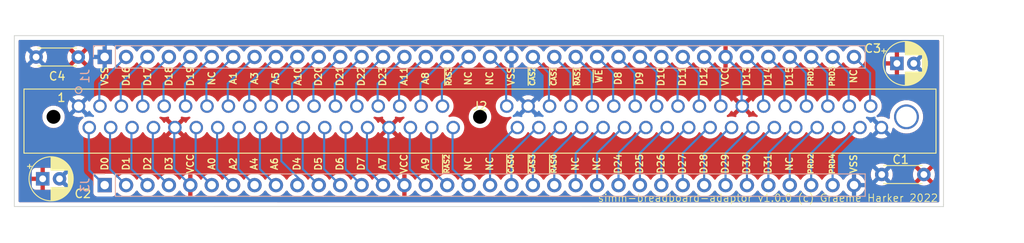
<source format=kicad_pcb>
(kicad_pcb (version 20211014) (generator pcbnew)
  (layers (0 "F.Cu" signal) (31 "B.Cu" signal) (34 "B.Paste" user) (35 "F.Paste" user) (36 "B.SilkS" user "B.Silkscreen") (37 "F.SilkS" user "F.Silkscreen") (38 "B.Mask" user) (39 "F.Mask" user) (44 "Edge.Cuts" user))
  (net 0 "")
  (net 1 "Net-(J1-Pad35)")
  (net 2 "Net-(J1-Pad2)")
  (net 3 "Net-(J1-Pad3)")
  (net 4 "Net-(J1-Pad4)")
  (net 5 "Net-(J1-Pad5)")
  (net 6 "Net-(J1-Pad6)")
  (net 7 "Net-(J1-Pad7)")
  (net 8 "Net-(J1-Pad8)")
  (net 9 "Net-(J1-Pad9)")
  (net 10 "Net-(J1-Pad10)")
  (net 11 "Net-(J1-Pad11)")
  (net 12 "Net-(J1-Pad12)")
  (net 13 "Net-(J1-Pad13)")
  (net 14 "Net-(J1-Pad14)")
  (net 15 "Net-(J1-Pad15)")
  (net 16 "Net-(J1-Pad16)")
  (net 17 "Net-(J1-Pad17)")
  (net 18 "Net-(J1-Pad18)")
  (net 19 "Net-(J1-Pad19)")
  (net 20 "Net-(J1-Pad21)")
  (net 21 "Net-(J1-Pad22)")
  (net 22 "Net-(J1-Pad23)")
  (net 23 "Net-(J1-Pad24)")
  (net 24 "Net-(J1-Pad25)")
  (net 25 "Net-(J1-Pad26)")
  (net 26 "Net-(J1-Pad27)")
  (net 27 "Net-(J1-Pad28)")
  (net 28 "Net-(J1-Pad29)")
  (net 29 "Net-(J1-Pad36)")
  (net 30 "Net-(J1-Pad31)")
  (net 31 "Net-(J1-Pad32)")
  (net 32 "Net-(J1-Pad33)")
  (net 33 "Net-(J1-Pad34)")
  (net 34 "Net-(J2-Pad2)")
  (net 35 "Net-(J2-Pad4)")
  (net 36 "Net-(J2-Pad8)")
  (net 37 "Net-(J3-Pad32)")
  (net 38 "Net-(J2-Pad14)")
  (net 39 "Net-(J2-Pad16)")
  (net 40 "Net-(J2-Pad18)")
  (net 41 "Net-(J2-Pad12)")
  (net 42 "Net-(J2-Pad20)")
  (net 43 "Net-(J2-Pad22)")
  (net 44 "Net-(J2-Pad24)")
  (net 45 "Net-(J2-Pad26)")
  (net 46 "Net-(J2-Pad28)")
  (net 47 "Net-(J2-Pad72)")
  (net 48 "Net-(J2-Pad32)")
  (net 49 "Net-(J2-Pad34)")
  (net 50 "Net-(J2-Pad36)")
  (net 51 "Net-(J2-Pad42)")
  (net 52 "Net-(J2-Pad44)")
  (net 53 "Net-(J2-Pad46)")
  (net 54 "Net-(J2-Pad52)")
  (net 55 "Net-(J2-Pad54)")
  (net 56 "Net-(J2-Pad70)")
  (net 57 "Net-(J2-Pad58)")
  (net 58 "Net-(J2-Pad60)")
  (net 59 "Net-(J3-Pad35)")
  (net 60 "Net-(J2-Pad64)")
  (net 61 "Net-(J2-Pad66)")
  (net 62 "Net-(J2-Pad62)")
  (net 63 "Net-(J2-Pad56)")
  (net 64 "Net-(J2-Pad50)")
  (net 65 "Net-(J2-Pad48)")
  (net 66 "Net-(J2-Pad6)")
  (net 67 "GND")
  (net 68 "+5V")
  (footprint "Capacitor_THT:CP_Radial_D5.0mm_P2.00mm" (layer "F.Cu") (at 201.990888 52.832)
    (fp_text reference "C3" (at -2.854888 -1.778) (layer "F.SilkS"))
    (fp_text value "22uF")
    (pad "1" thru_hole rect locked (at 0 0) (size 1.6 1.6) (drill 0.8) (layers *.Cu *.Mask) (net 68 "+5V"))
    (pad "2" thru_hole circle locked (at 2 0) (size 1.6 1.6) (drill 0.8) (layers *.Cu *.Mask) (net 67 "GND"))
  )
  (footprint "simm:5822134-3" (layer "F.Cu") (at 104.902 57.912 180)
    (fp_text reference "J2" (at -47.625 0) (layer "F.SilkS"))
    (fp_text value "5822134-3" hide)
    (pad "" np_thru_hole circle locked (at -47.625 -1.27 180) (size 2.159 2.159) (drill 1.651) (layers))
    (pad "" np_thru_hole circle locked (at 2.9718 -1.27 180) (size 2.159 2.159) (drill 1.651) (layers))
    (pad "1" thru_hole circle locked (at 0 0 180) (size 1.6002 1.6002) (drill 1.0922) (layers *.Cu *.Mask) (net 67 "GND"))
    (pad "2" thru_hole circle locked (at -1.27 -2.54 180) (size 1.6002 1.6002) (drill 1.0922) (layers *.Cu *.Mask) (net 34 "Net-(J2-Pad2)"))
    (pad "3" thru_hole circle locked (at -2.54 0 180) (size 1.6002 1.6002) (drill 1.0922) (layers *.Cu *.Mask) (net 2 "Net-(J1-Pad2)"))
    (pad "4" thru_hole circle locked (at -3.81 -2.54 180) (size 1.6002 1.6002) (drill 1.0922) (layers *.Cu *.Mask) (net 35 "Net-(J2-Pad4)"))
    (pad "5" thru_hole circle locked (at -5.08 0 180) (size 1.6002 1.6002) (drill 1.0922) (layers *.Cu *.Mask) (net 3 "Net-(J1-Pad3)"))
    (pad "6" thru_hole circle locked (at -6.35 -2.54 180) (size 1.6002 1.6002) (drill 1.0922) (layers *.Cu *.Mask) (net 66 "Net-(J2-Pad6)"))
    (pad "7" thru_hole circle locked (at -7.62 0 180) (size 1.6002 1.6002) (drill 1.0922) (layers *.Cu *.Mask) (net 4 "Net-(J1-Pad4)"))
    (pad "8" thru_hole circle locked (at -8.89 -2.54 180) (size 1.6002 1.6002) (drill 1.0922) (layers *.Cu *.Mask) (net 36 "Net-(J2-Pad8)"))
    (pad "9" thru_hole circle locked (at -10.16 0 180) (size 1.6002 1.6002) (drill 1.0922) (layers *.Cu *.Mask) (net 5 "Net-(J1-Pad5)"))
    (pad "10" thru_hole circle locked (at -11.43 -2.54 180) (size 1.6002 1.6002) (drill 1.0922) (layers *.Cu *.Mask) (net 68 "+5V"))
    (pad "11" thru_hole circle locked (at -12.7 0 180) (size 1.6002 1.6002) (drill 1.0922) (layers *.Cu *.Mask) (net 6 "Net-(J1-Pad6)"))
    (pad "12" thru_hole circle locked (at -13.97 -2.54 180) (size 1.6002 1.6002) (drill 1.0922) (layers *.Cu *.Mask) (net 41 "Net-(J2-Pad12)"))
    (pad "13" thru_hole circle locked (at -15.24 0 180) (size 1.6002 1.6002) (drill 1.0922) (layers *.Cu *.Mask) (net 7 "Net-(J1-Pad7)"))
    (pad "14" thru_hole circle locked (at -16.51 -2.54 180) (size 1.6002 1.6002) (drill 1.0922) (layers *.Cu *.Mask) (net 38 "Net-(J2-Pad14)"))
    (pad "15" thru_hole circle locked (at -17.78 0 180) (size 1.6002 1.6002) (drill 1.0922) (layers *.Cu *.Mask) (net 8 "Net-(J1-Pad8)"))
    (pad "16" thru_hole circle locked (at -19.05 -2.54 180) (size 1.6002 1.6002) (drill 1.0922) (layers *.Cu *.Mask) (net 39 "Net-(J2-Pad16)"))
    (pad "17" thru_hole circle locked (at -20.32 0 180) (size 1.6002 1.6002) (drill 1.0922) (layers *.Cu *.Mask) (net 9 "Net-(J1-Pad9)"))
    (pad "18" thru_hole circle locked (at -21.59 -2.54 180) (size 1.6002 1.6002) (drill 1.0922) (layers *.Cu *.Mask) (net 40 "Net-(J2-Pad18)"))
    (pad "19" thru_hole circle locked (at -22.86 0 180) (size 1.6002 1.6002) (drill 1.0922) (layers *.Cu *.Mask) (net 10 "Net-(J1-Pad10)"))
    (pad "20" thru_hole circle locked (at -24.13 -2.54 180) (size 1.6002 1.6002) (drill 1.0922) (layers *.Cu *.Mask) (net 42 "Net-(J2-Pad20)"))
    (pad "21" thru_hole circle locked (at -25.4 0 180) (size 1.6002 1.6002) (drill 1.0922) (layers *.Cu *.Mask) (net 11 "Net-(J1-Pad11)"))
    (pad "22" thru_hole circle locked (at -26.67 -2.54 180) (size 1.6002 1.6002) (drill 1.0922) (layers *.Cu *.Mask) (net 43 "Net-(J2-Pad22)"))
    (pad "23" thru_hole circle locked (at -27.94 0 180) (size 1.6002 1.6002) (drill 1.0922) (layers *.Cu *.Mask) (net 12 "Net-(J1-Pad12)"))
    (pad "24" thru_hole circle locked (at -29.21 -2.54 180) (size 1.6002 1.6002) (drill 1.0922) (layers *.Cu *.Mask) (net 44 "Net-(J2-Pad24)"))
    (pad "25" thru_hole circle locked (at -30.48 0 180) (size 1.6002 1.6002) (drill 1.0922) (layers *.Cu *.Mask) (net 13 "Net-(J1-Pad13)"))
    (pad "26" thru_hole circle locked (at -31.75 -2.54 180) (size 1.6002 1.6002) (drill 1.0922) (layers *.Cu *.Mask) (net 45 "Net-(J2-Pad26)"))
    (pad "27" thru_hole circle locked (at -33.02 0 180) (size 1.6002 1.6002) (drill 1.0922) (layers *.Cu *.Mask) (net 14 "Net-(J1-Pad14)"))
    (pad "28" thru_hole circle locked (at -34.29 -2.54 180) (size 1.6002 1.6002) (drill 1.0922) (layers *.Cu *.Mask) (net 46 "Net-(J2-Pad28)"))
    (pad "29" thru_hole circle locked (at -35.56 0 180) (size 1.6002 1.6002) (drill 1.0922) (layers *.Cu *.Mask) (net 15 "Net-(J1-Pad15)"))
    (pad "30" thru_hole circle locked (at -36.83 -2.54 180) (size 1.6002 1.6002) (drill 1.0922) (layers *.Cu *.Mask) (net 68 "+5V"))
    (pad "31" thru_hole circle locked (at -38.1 0 180) (size 1.6002 1.6002) (drill 1.0922) (layers *.Cu *.Mask) (net 16 "Net-(J1-Pad16)"))
    (pad "32" thru_hole circle locked (at -39.37 -2.54 180) (size 1.6002 1.6002) (drill 1.0922) (layers *.Cu *.Mask) (net 48 "Net-(J2-Pad32)"))
    (pad "33" thru_hole circle locked (at -40.64 0 180) (size 1.6002 1.6002) (drill 1.0922) (layers *.Cu *.Mask) (net 17 "Net-(J1-Pad17)"))
    (pad "34" thru_hole circle locked (at -41.91 -2.54 180) (size 1.6002 1.6002) (drill 1.0922) (layers *.Cu *.Mask) (net 49 "Net-(J2-Pad34)"))
    (pad "35" thru_hole circle locked (at -43.18 0 180) (size 1.6002 1.6002) (drill 1.0922) (layers *.Cu *.Mask) (net 18 "Net-(J1-Pad18)"))
    (pad "36" thru_hole circle locked (at -44.45 -2.54 180) (size 1.6002 1.6002) (drill 1.0922) (layers *.Cu *.Mask) (net 50 "Net-(J2-Pad36)"))
    (pad "41" thru_hole circle locked (at -50.8 0 180) (size 1.6002 1.6002) (drill 1.0922) (layers *.Cu *.Mask) (net 19 "Net-(J1-Pad19)"))
    (pad "42" thru_hole circle locked (at -52.07 -2.54 180) (size 1.6002 1.6002) (drill 1.0922) (layers *.Cu *.Mask) (net 51 "Net-(J2-Pad42)"))
    (pad "43" thru_hole circle locked (at -53.34 0 180) (size 1.6002 1.6002) (drill 1.0922) (layers *.Cu *.Mask) (net 67 "GND"))
    (pad "44" thru_hole circle locked (at -54.61 -2.54 180) (size 1.6002 1.6002) (drill 1.0922) (layers *.Cu *.Mask) (net 52 "Net-(J2-Pad44)"))
    (pad "45" thru_hole circle locked (at -55.88 0 180) (size 1.6002 1.6002) (drill 1.0922) (layers *.Cu *.Mask) (net 20 "Net-(J1-Pad21)"))
    (pad "46" thru_hole circle locked (at -57.15 -2.54 180) (size 1.6002 1.6002) (drill 1.0922) (layers *.Cu *.Mask) (net 53 "Net-(J2-Pad46)"))
    (pad "47" thru_hole circle locked (at -58.42 0 180) (size 1.6002 1.6002) (drill 1.0922) (layers *.Cu *.Mask) (net 21 "Net-(J1-Pad22)"))
    (pad "48" thru_hole circle locked (at -59.69 -2.54 180) (size 1.6002 1.6002) (drill 1.0922) (layers *.Cu *.Mask) (net 65 "Net-(J2-Pad48)"))
    (pad "49" thru_hole circle locked (at -60.96 0 180) (size 1.6002 1.6002) (drill 1.0922) (layers *.Cu *.Mask) (net 22 "Net-(J1-Pad23)"))
    (pad "50" thru_hole circle locked (at -62.23 -2.54 180) (size 1.6002 1.6002) (drill 1.0922) (layers *.Cu *.Mask) (net 64 "Net-(J2-Pad50)"))
    (pad "51" thru_hole circle locked (at -63.5 0 180) (size 1.6002 1.6002) (drill 1.0922) (layers *.Cu *.Mask) (net 23 "Net-(J1-Pad24)"))
    (pad "52" thru_hole circle locked (at -64.77 -2.54 180) (size 1.6002 1.6002) (drill 1.0922) (layers *.Cu *.Mask) (net 54 "Net-(J2-Pad52)"))
    (pad "53" thru_hole circle locked (at -66.04 0 180) (size 1.6002 1.6002) (drill 1.0922) (layers *.Cu *.Mask) (net 24 "Net-(J1-Pad25)"))
    (pad "54" thru_hole circle locked (at -67.31 -2.54 180) (size 1.6002 1.6002) (drill 1.0922) (layers *.Cu *.Mask) (net 55 "Net-(J2-Pad54)"))
    (pad "55" thru_hole circle locked (at -68.58 0 180) (size 1.6002 1.6002) (drill 1.0922) (layers *.Cu *.Mask) (net 25 "Net-(J1-Pad26)"))
    (pad "56" thru_hole circle locked (at -69.85 -2.54 180) (size 1.6002 1.6002) (drill 1.0922) (layers *.Cu *.Mask) (net 63 "Net-(J2-Pad56)"))
    (pad "57" thru_hole circle locked (at -71.12 0 180) (size 1.6002 1.6002) (drill 1.0922) (layers *.Cu *.Mask) (net 26 "Net-(J1-Pad27)"))
    (pad "58" thru_hole circle locked (at -72.39 -2.54 180) (size 1.6002 1.6002) (drill 1.0922) (layers *.Cu *.Mask) (net 57 "Net-(J2-Pad58)"))
    (pad "59" thru_hole circle locked (at -73.66 0 180) (size 1.6002 1.6002) (drill 1.0922) (layers *.Cu *.Mask) (net 27 "Net-(J1-Pad28)"))
    (pad "60" thru_hole circle locked (at -74.93 -2.54 180) (size 1.6002 1.6002) (drill 1.0922) (layers *.Cu *.Mask) (net 58 "Net-(J2-Pad60)"))
    (pad "61" thru_hole circle locked (at -76.2 0 180) (size 1.6002 1.6002) (drill 1.0922) (layers *.Cu *.Mask) (net 28 "Net-(J1-Pad29)"))
    (pad "62" thru_hole circle locked (at -77.47 -2.54 180) (size 1.6002 1.6002) (drill 1.0922) (layers *.Cu *.Mask) (net 62 "Net-(J2-Pad62)"))
    (pad "63" thru_hole circle locked (at -78.74 0 180) (size 1.6002 1.6002) (drill 1.0922) (layers *.Cu *.Mask) (net 68 "+5V"))
    (pad "64" thru_hole circle locked (at -80.01 -2.54 180) (size 1.6002 1.6002) (drill 1.0922) (layers *.Cu *.Mask) (net 60 "Net-(J2-Pad64)"))
    (pad "65" thru_hole circle locked (at -81.28 0 180) (size 1.6002 1.6002) (drill 1.0922) (layers *.Cu *.Mask) (net 30 "Net-(J1-Pad31)"))
    (pad "66" thru_hole circle locked (at -82.55 -2.54 180) (size 1.6002 1.6002) (drill 1.0922) (layers *.Cu *.Mask) (net 61 "Net-(J2-Pad66)"))
    (pad "67" thru_hole circle locked (at -83.82 0 180) (size 1.6002 1.6002) (drill 1.0922) (layers *.Cu *.Mask) (net 31 "Net-(J1-Pad32)"))
    (pad "68" thru_hole circle locked (at -85.09 -2.54 180) (size 1.6002 1.6002) (drill 1.0922) (layers *.Cu *.Mask) (net 37 "Net-(J3-Pad32)"))
    (pad "69" thru_hole circle locked (at -86.36 0 180) (size 1.6002 1.6002) (drill 1.0922) (layers *.Cu *.Mask) (net 32 "Net-(J1-Pad33)"))
    (pad "70" thru_hole circle locked (at -87.63 -2.54 180) (size 1.6002 1.6002) (drill 1.0922) (layers *.Cu *.Mask) (net 56 "Net-(J2-Pad70)"))
    (pad "71" thru_hole circle locked (at -88.9 0 180) (size 1.6002 1.6002) (drill 1.0922) (layers *.Cu *.Mask) (net 33 "Net-(J1-Pad34)"))
    (pad "72" thru_hole circle locked (at -90.17 -2.54 180) (size 1.6002 1.6002) (drill 1.0922) (layers *.Cu *.Mask) (net 47 "Net-(J2-Pad72)"))
    (pad "73" thru_hole circle locked (at -91.44 0 180) (size 1.6002 1.6002) (drill 1.0922) (layers *.Cu *.Mask) (net 1 "Net-(J1-Pad35)"))
    (pad "74" thru_hole circle locked (at -92.71 -2.54 180) (size 1.6002 1.6002) (drill 1.0922) (layers *.Cu *.Mask) (net 59 "Net-(J3-Pad35)"))
    (pad "75" thru_hole circle locked (at -93.98 0 180) (size 1.6002 1.6002) (drill 1.0922) (layers *.Cu *.Mask) (net 29 "Net-(J1-Pad36)"))
    (pad "76" thru_hole circle locked (at -95.25 -2.54 180) (size 1.6002 1.6002) (drill 1.0922) (layers *.Cu *.Mask) (net 67 "GND"))
    (pad "77" thru_hole circle locked (at -98.2218 -1.27 180) (size 2.9464 2.9464) (drill 2.4384) (layers *.Cu *.Mask))
  )
  (footprint "Capacitor_THT:C_Disc_D4.3mm_W1.9mm_P5.00mm" (layer "F.Cu") (at 99.862 52.07)
    (fp_text reference "C4" (at 2.5 2.286) (layer "F.SilkS"))
    (fp_text value "0.1uF")
    (pad "1" thru_hole circle locked (at 0 0) (size 1.6 1.6) (drill 0.8) (layers *.Cu *.Mask) (net 67 "GND"))
    (pad "2" thru_hole circle locked (at 5 0) (size 1.6 1.6) (drill 0.8) (layers *.Cu *.Mask) (net 68 "+5V"))
  )
  (footprint "Capacitor_THT:C_Disc_D4.3mm_W1.9mm_P5.00mm" (layer "F.Cu") (at 200.192 66.04)
    (fp_text reference "C1" (at 2.246 -1.778) (layer "F.SilkS"))
    (fp_text value "0.1uF")
    (pad "1" thru_hole circle locked (at 0 0) (size 1.6 1.6) (drill 0.8) (layers *.Cu *.Mask) (net 67 "GND"))
    (pad "2" thru_hole circle locked (at 5 0) (size 1.6 1.6) (drill 0.8) (layers *.Cu *.Mask) (net 68 "+5V"))
  )
  (footprint "Capacitor_THT:CP_Radial_D5.0mm_P2.00mm" (layer "F.Cu") (at 100.644888 66.548)
    (fp_text reference "C2" (at 4.765112 1.778) (layer "F.SilkS"))
    (fp_text value "22uF")
    (pad "1" thru_hole rect locked (at 0 0) (size 1.6 1.6) (drill 0.8) (layers *.Cu *.Mask) (net 68 "+5V"))
    (pad "2" thru_hole circle locked (at 2 0) (size 1.6 1.6) (drill 0.8) (layers *.Cu *.Mask) (net 67 "GND"))
  )
  (footprint "Connector_PinHeader_2.54mm:PinHeader_1x36_P2.54mm_Vertical" (layer "B.Cu") (at 108.0008 52.06 -90)
    (fp_text reference "J1" (at 2.296 2.33 90) (layer "B.SilkS") (effects (justify mirror)))
    (fp_text value "Conn_01x36_Male")
    (pad "1" thru_hole rect locked (at 0 0 270) (size 1.7 1.7) (drill 1) (layers *.Cu *.Mask) (net 67 "GND"))
    (pad "2" thru_hole oval locked (at 0 -2.54 270) (size 1.7 1.7) (drill 1) (layers *.Cu *.Mask) (net 2 "Net-(J1-Pad2)"))
    (pad "3" thru_hole oval locked (at 0 -5.08 270) (size 1.7 1.7) (drill 1) (layers *.Cu *.Mask) (net 3 "Net-(J1-Pad3)"))
    (pad "4" thru_hole oval locked (at 0 -7.62 270) (size 1.7 1.7) (drill 1) (layers *.Cu *.Mask) (net 4 "Net-(J1-Pad4)"))
    (pad "5" thru_hole oval locked (at 0 -10.16 270) (size 1.7 1.7) (drill 1) (layers *.Cu *.Mask) (net 5 "Net-(J1-Pad5)"))
    (pad "6" thru_hole oval locked (at 0 -12.7 270) (size 1.7 1.7) (drill 1) (layers *.Cu *.Mask) (net 6 "Net-(J1-Pad6)"))
    (pad "7" thru_hole oval locked (at 0 -15.24 270) (size 1.7 1.7) (drill 1) (layers *.Cu *.Mask) (net 7 "Net-(J1-Pad7)"))
    (pad "8" thru_hole oval locked (at 0 -17.78 270) (size 1.7 1.7) (drill 1) (layers *.Cu *.Mask) (net 8 "Net-(J1-Pad8)"))
    (pad "9" thru_hole oval locked (at 0 -20.32 270) (size 1.7 1.7) (drill 1) (layers *.Cu *.Mask) (net 9 "Net-(J1-Pad9)"))
    (pad "10" thru_hole oval locked (at 0 -22.86 270) (size 1.7 1.7) (drill 1) (layers *.Cu *.Mask) (net 10 "Net-(J1-Pad10)"))
    (pad "11" thru_hole oval locked (at 0 -25.4 270) (size 1.7 1.7) (drill 1) (layers *.Cu *.Mask) (net 11 "Net-(J1-Pad11)"))
    (pad "12" thru_hole oval locked (at 0 -27.94 270) (size 1.7 1.7) (drill 1) (layers *.Cu *.Mask) (net 12 "Net-(J1-Pad12)"))
    (pad "13" thru_hole oval locked (at 0 -30.48 270) (size 1.7 1.7) (drill 1) (layers *.Cu *.Mask) (net 13 "Net-(J1-Pad13)"))
    (pad "14" thru_hole oval locked (at 0 -33.02 270) (size 1.7 1.7) (drill 1) (layers *.Cu *.Mask) (net 14 "Net-(J1-Pad14)"))
    (pad "15" thru_hole oval locked (at 0 -35.56 270) (size 1.7 1.7) (drill 1) (layers *.Cu *.Mask) (net 15 "Net-(J1-Pad15)"))
    (pad "16" thru_hole oval locked (at 0 -38.1 270) (size 1.7 1.7) (drill 1) (layers *.Cu *.Mask) (net 16 "Net-(J1-Pad16)"))
    (pad "17" thru_hole oval locked (at 0 -40.64 270) (size 1.7 1.7) (drill 1) (layers *.Cu *.Mask) (net 17 "Net-(J1-Pad17)"))
    (pad "18" thru_hole oval locked (at 0 -43.18 270) (size 1.7 1.7) (drill 1) (layers *.Cu *.Mask) (net 18 "Net-(J1-Pad18)"))
    (pad "19" thru_hole oval locked (at 0 -45.72 270) (size 1.7 1.7) (drill 1) (layers *.Cu *.Mask) (net 19 "Net-(J1-Pad19)"))
    (pad "20" thru_hole oval locked (at 0 -48.26 270) (size 1.7 1.7) (drill 1) (layers *.Cu *.Mask) (net 67 "GND"))
    (pad "21" thru_hole oval locked (at 0 -50.8 270) (size 1.7 1.7) (drill 1) (layers *.Cu *.Mask) (net 20 "Net-(J1-Pad21)"))
    (pad "22" thru_hole oval locked (at 0 -53.34 270) (size 1.7 1.7) (drill 1) (layers *.Cu *.Mask) (net 21 "Net-(J1-Pad22)"))
    (pad "23" thru_hole oval locked (at 0 -55.88 270) (size 1.7 1.7) (drill 1) (layers *.Cu *.Mask) (net 22 "Net-(J1-Pad23)"))
    (pad "24" thru_hole oval locked (at 0 -58.42 270) (size 1.7 1.7) (drill 1) (layers *.Cu *.Mask) (net 23 "Net-(J1-Pad24)"))
    (pad "25" thru_hole oval locked (at 0 -60.96 270) (size 1.7 1.7) (drill 1) (layers *.Cu *.Mask) (net 24 "Net-(J1-Pad25)"))
    (pad "26" thru_hole oval locked (at 0 -63.5 270) (size 1.7 1.7) (drill 1) (layers *.Cu *.Mask) (net 25 "Net-(J1-Pad26)"))
    (pad "27" thru_hole oval locked (at 0 -66.04 270) (size 1.7 1.7) (drill 1) (layers *.Cu *.Mask) (net 26 "Net-(J1-Pad27)"))
    (pad "28" thru_hole oval locked (at 0 -68.58 270) (size 1.7 1.7) (drill 1) (layers *.Cu *.Mask) (net 27 "Net-(J1-Pad28)"))
    (pad "29" thru_hole oval locked (at 0 -71.12 270) (size 1.7 1.7) (drill 1) (layers *.Cu *.Mask) (net 28 "Net-(J1-Pad29)"))
    (pad "30" thru_hole oval locked (at 0 -73.66 270) (size 1.7 1.7) (drill 1) (layers *.Cu *.Mask) (net 68 "+5V"))
    (pad "31" thru_hole oval locked (at 0 -76.2 270) (size 1.7 1.7) (drill 1) (layers *.Cu *.Mask) (net 30 "Net-(J1-Pad31)"))
    (pad "32" thru_hole oval locked (at 0 -78.74 270) (size 1.7 1.7) (drill 1) (layers *.Cu *.Mask) (net 31 "Net-(J1-Pad32)"))
    (pad "33" thru_hole oval locked (at 0 -81.28 270) (size 1.7 1.7) (drill 1) (layers *.Cu *.Mask) (net 32 "Net-(J1-Pad33)"))
    (pad "34" thru_hole oval locked (at 0 -83.82 270) (size 1.7 1.7) (drill 1) (layers *.Cu *.Mask) (net 33 "Net-(J1-Pad34)"))
    (pad "35" thru_hole oval locked (at 0 -86.36 270) (size 1.7 1.7) (drill 1) (layers *.Cu *.Mask) (net 1 "Net-(J1-Pad35)"))
    (pad "36" thru_hole oval locked (at 0 -88.9 270) (size 1.7 1.7) (drill 1) (layers *.Cu *.Mask) (net 29 "Net-(J1-Pad36)"))
  )
  (footprint "Connector_PinHeader_2.54mm:PinHeader_1x36_P2.54mm_Vertical" (layer "B.Cu") (at 108.0008 67.3 -90)
    (fp_text reference "J3" (at 0 2.33 90) (layer "B.SilkS") (effects (justify mirror)))
    (fp_text value "Conn_01x36_Male")
    (pad "1" thru_hole rect locked (at 0 0 270) (size 1.7 1.7) (drill 1) (layers *.Cu *.Mask) (net 34 "Net-(J2-Pad2)"))
    (pad "2" thru_hole oval locked (at 0 -2.54 270) (size 1.7 1.7) (drill 1) (layers *.Cu *.Mask) (net 35 "Net-(J2-Pad4)"))
    (pad "3" thru_hole oval locked (at 0 -5.08 270) (size 1.7 1.7) (drill 1) (layers *.Cu *.Mask) (net 66 "Net-(J2-Pad6)"))
    (pad "4" thru_hole oval locked (at 0 -7.62 270) (size 1.7 1.7) (drill 1) (layers *.Cu *.Mask) (net 36 "Net-(J2-Pad8)"))
    (pad "5" thru_hole oval locked (at 0 -10.16 270) (size 1.7 1.7) (drill 1) (layers *.Cu *.Mask) (net 68 "+5V"))
    (pad "6" thru_hole oval locked (at 0 -12.7 270) (size 1.7 1.7) (drill 1) (layers *.Cu *.Mask) (net 41 "Net-(J2-Pad12)"))
    (pad "7" thru_hole oval locked (at 0 -15.24 270) (size 1.7 1.7) (drill 1) (layers *.Cu *.Mask) (net 38 "Net-(J2-Pad14)"))
    (pad "8" thru_hole oval locked (at 0 -17.78 270) (size 1.7 1.7) (drill 1) (layers *.Cu *.Mask) (net 39 "Net-(J2-Pad16)"))
    (pad "9" thru_hole oval locked (at 0 -20.32 270) (size 1.7 1.7) (drill 1) (layers *.Cu *.Mask) (net 40 "Net-(J2-Pad18)"))
    (pad "10" thru_hole oval locked (at 0 -22.86 270) (size 1.7 1.7) (drill 1) (layers *.Cu *.Mask) (net 42 "Net-(J2-Pad20)"))
    (pad "11" thru_hole oval locked (at 0 -25.4 270) (size 1.7 1.7) (drill 1) (layers *.Cu *.Mask) (net 43 "Net-(J2-Pad22)"))
    (pad "12" thru_hole oval locked (at 0 -27.94 270) (size 1.7 1.7) (drill 1) (layers *.Cu *.Mask) (net 44 "Net-(J2-Pad24)"))
    (pad "13" thru_hole oval locked (at 0 -30.48 270) (size 1.7 1.7) (drill 1) (layers *.Cu *.Mask) (net 45 "Net-(J2-Pad26)"))
    (pad "14" thru_hole oval locked (at 0 -33.02 270) (size 1.7 1.7) (drill 1) (layers *.Cu *.Mask) (net 46 "Net-(J2-Pad28)"))
    (pad "15" thru_hole oval locked (at 0 -35.56 270) (size 1.7 1.7) (drill 1) (layers *.Cu *.Mask) (net 68 "+5V"))
    (pad "16" thru_hole oval locked (at 0 -38.1 270) (size 1.7 1.7) (drill 1) (layers *.Cu *.Mask) (net 48 "Net-(J2-Pad32)"))
    (pad "17" thru_hole oval locked (at 0 -40.64 270) (size 1.7 1.7) (drill 1) (layers *.Cu *.Mask) (net 49 "Net-(J2-Pad34)"))
    (pad "18" thru_hole oval locked (at 0 -43.18 270) (size 1.7 1.7) (drill 1) (layers *.Cu *.Mask) (net 50 "Net-(J2-Pad36)"))
    (pad "19" thru_hole oval locked (at 0 -45.72 270) (size 1.7 1.7) (drill 1) (layers *.Cu *.Mask) (net 51 "Net-(J2-Pad42)"))
    (pad "20" thru_hole oval locked (at 0 -48.26 270) (size 1.7 1.7) (drill 1) (layers *.Cu *.Mask) (net 52 "Net-(J2-Pad44)"))
    (pad "21" thru_hole oval locked (at 0 -50.8 270) (size 1.7 1.7) (drill 1) (layers *.Cu *.Mask) (net 53 "Net-(J2-Pad46)"))
    (pad "22" thru_hole oval locked (at 0 -53.34 270) (size 1.7 1.7) (drill 1) (layers *.Cu *.Mask) (net 65 "Net-(J2-Pad48)"))
    (pad "23" thru_hole oval locked (at 0 -55.88 270) (size 1.7 1.7) (drill 1) (layers *.Cu *.Mask) (net 64 "Net-(J2-Pad50)"))
    (pad "24" thru_hole oval locked (at 0 -58.42 270) (size 1.7 1.7) (drill 1) (layers *.Cu *.Mask) (net 54 "Net-(J2-Pad52)"))
    (pad "25" thru_hole oval locked (at 0 -60.96 270) (size 1.7 1.7) (drill 1) (layers *.Cu *.Mask) (net 55 "Net-(J2-Pad54)"))
    (pad "26" thru_hole oval locked (at 0 -63.5 270) (size 1.7 1.7) (drill 1) (layers *.Cu *.Mask) (net 63 "Net-(J2-Pad56)"))
    (pad "27" thru_hole oval locked (at 0 -66.04 270) (size 1.7 1.7) (drill 1) (layers *.Cu *.Mask) (net 57 "Net-(J2-Pad58)"))
    (pad "28" thru_hole oval locked (at 0 -68.58 270) (size 1.7 1.7) (drill 1) (layers *.Cu *.Mask) (net 58 "Net-(J2-Pad60)"))
    (pad "29" thru_hole oval locked (at 0 -71.12 270) (size 1.7 1.7) (drill 1) (layers *.Cu *.Mask) (net 62 "Net-(J2-Pad62)"))
    (pad "30" thru_hole oval locked (at 0 -73.66 270) (size 1.7 1.7) (drill 1) (layers *.Cu *.Mask) (net 60 "Net-(J2-Pad64)"))
    (pad "31" thru_hole oval locked (at 0 -76.2 270) (size 1.7 1.7) (drill 1) (layers *.Cu *.Mask) (net 61 "Net-(J2-Pad66)"))
    (pad "32" thru_hole oval locked (at 0 -78.74 270) (size 1.7 1.7) (drill 1) (layers *.Cu *.Mask) (net 37 "Net-(J3-Pad32)"))
    (pad "33" thru_hole oval locked (at 0 -81.28 270) (size 1.7 1.7) (drill 1) (layers *.Cu *.Mask) (net 56 "Net-(J2-Pad70)"))
    (pad "34" thru_hole oval locked (at 0 -83.82 270) (size 1.7 1.7) (drill 1) (layers *.Cu *.Mask) (net 47 "Net-(J2-Pad72)"))
    (pad "35" thru_hole oval locked (at 0 -86.36 270) (size 1.7 1.7) (drill 1) (layers *.Cu *.Mask) (net 59 "Net-(J3-Pad35)"))
    (pad "36" thru_hole oval locked (at 0 -88.9 270) (size 1.7 1.7) (drill 1) (layers *.Cu *.Mask) (net 67 "GND"))
  )
  (gr_line (start 97.282 49.53) (end 207.518 49.53) (layer "Edge.Cuts") (width 0.1))
  (gr_line (start 97.282 69.84) (end 207.518 69.85) (layer "Edge.Cuts") (width 0.1))
  (gr_line (start 207.518 69.596) (end 207.518 69.85) (layer "Edge.Cuts") (width 0.1))
  (gr_line (start 97.282 49.53) (end 97.282 69.84) (layer "Edge.Cuts") (width 0.1))
  (gr_line (start 207.518 69.596) (end 207.518 49.53) (layer "Edge.Cuts") (width 0.1))
  (gr_text "1" (at 102.87 56.896) (layer "F.SilkS") (effects (font (size 1 1))))
  (gr_text "D10" (at 173.99 54.356 90) (layer "F.SilkS") (effects (font (size 0.8 0.8))))
  (gr_text "D4" (at 130.81 64.77 90) (layer "F.SilkS") (effects (font (size 0.8 0.8))))
  (gr_text "D0" (at 108.0008 64.76 90) (layer "F.SilkS") (effects (font (size 0.8 0.8))))
  (gr_text "D21\n" (at 135.89 54.356 90) (layer "F.SilkS") (effects (font (size 0.8 0.8))))
  (gr_text "D26\n" (at 173.99 64.77 90) (layer "F.SilkS") (effects (font (size 0.8 0.8))))
  (gr_text "VSS" (at 196.85 64.77 90) (layer "F.SilkS") (effects (font (size 0.8 0.8))))
  (gr_text "D12" (at 179.07 54.356 90) (layer "F.SilkS") (effects (font (size 0.8 0.8))))
  (gr_text "VSS" (at 108.0008 54.356 90) (layer "F.SilkS") (effects (font (size 0.8 0.8))))
  (gr_text "NC" (at 189.23 64.77 90) (layer "F.SilkS") (effects (font (size 0.8 0.8))))
  (gr_text "~{RAS1}" (at 164.084 54.356 90) (layer "F.SilkS") (effects (font (size 0.6 0.6))))
  (gr_text "NC" (at 151.13 54.61 90) (layer "F.SilkS") (effects (font (size 0.8 0.8))))
  (gr_text "PRD4" (at 194.31 64.77 90) (layer "F.SilkS") (effects (font (size 0.6 0.6))))
  (gr_text "D22\n" (at 138.43 54.356 90) (layer "F.SilkS") (effects (font (size 0.8 0.8))))
  (gr_text "PRD2" (at 191.77 64.77 90) (layer "F.SilkS") (effects (font (size 0.6 0.6))))
  (gr_text "D17\n" (at 113.0808 54.356 90) (layer "F.SilkS") (effects (font (size 0.8 0.8))))
  (gr_text "D27\n" (at 176.53 64.77 90) (layer "F.SilkS") (effects (font (size 0.8 0.8))))
  (gr_text "D29\n" (at 181.61 64.77 90) (layer "F.SilkS") (effects (font (size 0.8 0.8))))
  (gr_text "A8\n" (at 146.05 54.61 90) (layer "F.SilkS") (effects (font (size 0.8 0.8))))
  (gr_text "A2\n" (at 123.2408 64.76 90) (layer "F.SilkS") (effects (font (size 0.8 0.8))))
  (gr_text "PRD1" (at 191.77 54.356 90) (layer "F.SilkS") (effects (font (size 0.6 0.6))))
  (gr_text "A1\n" (at 123.2408 54.6 90) (layer "F.SilkS") (effects (font (size 0.8 0.8))))
  (gr_text "D18\n" (at 115.6208 54.356 90) (layer "F.SilkS") (effects (font (size 0.8 0.8))))
  (gr_text "~{CAS1}" (at 161.29 54.356 90) (layer "F.SilkS") (effects (font (size 0.6 0.6))))
  (gr_text "~{RAS0}" (at 161.29 64.77 90) (layer "F.SilkS") (effects (font (size 0.6 0.6))))
  (gr_text "VSS" (at 156.21 54.356 90) (layer "F.SilkS") (effects (font (size 0.8 0.8))))
  (gr_text "D30\n" (at 184.15 64.77 90) (layer "F.SilkS") (effects (font (size 0.8 0.8))))
  (gr_text "D16" (at 110.5408 54.356 90) (layer "F.SilkS") (effects (font (size 0.8 0.8))))
  (gr_text "D3\n" (at 115.6208 64.76 90) (layer "F.SilkS") (effects (font (size 0.8 0.8))))
  (gr_text "NC" (at 166.37 64.77 90) (layer "F.SilkS") (effects (font (size 0.8 0.8))))
  (gr_text "D14" (at 186.69 54.356 90) (layer "F.SilkS") (effects (font (size 0.8 0.8))))
  (gr_text "D15" (at 189.23 54.356 90) (layer "F.SilkS") (effects (font (size 0.8 0.8))))
  (gr_text "~{CAS0}" (at 156.21 64.77 90) (layer "F.SilkS") (effects (font (size 0.6 0.6))))
  (gr_text "~{RAS2}" (at 148.59 64.77 90) (layer "F.SilkS") (effects (font (size 0.6 0.6))))
  (gr_text "NC" (at 163.83 64.77 90) (layer "F.SilkS") (effects (font (size 0.8 0.8))))
  (gr_text "A5\n" (at 128.27 54.61 90) (layer "F.SilkS") (effects (font (size 0.8 0.8))))
  (gr_text "A0\n" (at 120.7008 64.76 90) (layer "F.SilkS") (effects (font (size 0.8 0.8))))
  (gr_text "D31\n" (at 186.69 64.77 90) (layer "F.SilkS") (effects (font (size 0.8 0.8))))
  (gr_text "A3\n" (at 125.7808 54.6 90) (layer "F.SilkS") (effects (font (size 0.8 0.8))))
  (gr_text "D2\n" (at 113.0808 64.76 90) (layer "F.SilkS") (effects (font (size 0.8 0.8))))
  (gr_text "A10\n\n" (at 131.572 54.356 90) (layer "F.SilkS") (effects (font (size 0.8 0.8))))
  (gr_text "~{CAS2}" (at 158.75 54.356 90) (layer "F.SilkS") (effects (font (size 0.6 0.6))))
  (gr_text "D20\n" (at 133.35 54.356 90) (layer "F.SilkS") (effects (font (size 0.8 0.8))))
  (gr_text "D6" (at 135.89 64.77 90) (layer "F.SilkS") (effects (font (size 0.8 0.8))))
  (gr_text "D7" (at 138.43 64.77 90) (layer "F.SilkS") (effects (font (size 0.8 0.8))))
  (gr_text "D1\n" (at 110.5408 64.76 90) (layer "F.SilkS") (effects (font (size 0.8 0.8))))
  (gr_text "simm-breadboard-adaptor v1.0.0 (c) Graeme Harker 2022" (at 186.69 68.834) (layer "F.SilkS") (effects (font (size 0.889 0.889) (thickness 0.1016))))
  (gr_text "D8" (at 168.91 54.61 90) (layer "F.SilkS") (effects (font (size 0.8 0.8))))
  (gr_text "D23\n" (at 140.97 54.356 90) (layer "F.SilkS") (effects (font (size 0.8 0.8))))
  (gr_text "NC" (at 151.13 64.77 90) (layer "F.SilkS") (effects (font (size 0.8 0.8))))
  (gr_text "NC\n" (at 120.7008 54.6 90) (layer "F.SilkS") (effects (font (size 0.8 0.8))))
  (gr_text "~{RAS3}" (at 148.844 54.356 90) (layer "F.SilkS") (effects (font (size 0.6 0.6))))
  (gr_text "~{WE}" (at 166.624 54.356 90) (layer "F.SilkS") (effects (font (size 0.8 0.8))))
  (gr_text "NC" (at 153.67 54.61 90) (layer "F.SilkS") (effects (font (size 0.8 0.8))))
  (gr_text "A11" (at 143.51 54.356 90) (layer "F.SilkS") (effects (font (size 0.8 0.8))))
  (gr_text "NC" (at 196.85 54.356 90) (layer "F.SilkS") (effects (font (size 0.8 0.8))))
  (gr_text "VCC\n" (at 118.1608 64.76 90) (layer "F.SilkS") (effects (font (size 0.8 0.8))))
  (gr_text "A9" (at 146.05 64.77 90) (layer "F.SilkS") (effects (font (size 0.8 0.8))))
  (gr_text "~{CAS3}" (at 158.75 64.77 90) (layer "F.SilkS") (effects (font (size 0.6 0.6))))
  (gr_text "D19\n" (at 118.1608 54.356 90) (layer "F.SilkS") (effects (font (size 0.8 0.8))))
  (gr_text "D11" (at 176.53 54.356 90) (layer "F.SilkS") (effects (font (size 0.8 0.8))))
  (gr_text "A4\n" (at 125.73 64.77 90) (layer "F.SilkS") (effects (font (size 0.8 0.8))))
  (gr_text "D24\n" (at 168.91 64.77 90) (layer "F.SilkS") (effects (font (size 0.8 0.8))))
  (gr_text "D9" (at 171.45 54.61 90) (layer "F.SilkS") (effects (font (size 0.8 0.8))))
  (gr_text "NC" (at 153.67 64.77 90) (layer "F.SilkS") (effects (font (size 0.8 0.8))))
  (gr_text "D13" (at 184.15 54.356 90) (layer "F.SilkS") (effects (font (size 0.8 0.8))))
  (gr_text "A7" (at 140.97 64.77 90) (layer "F.SilkS") (effects (font (size 0.8 0.8))))
  (gr_text "D28\n" (at 179.07 64.77 90) (layer "F.SilkS") (effects (font (size 0.8 0.8))))
  (gr_text "D5" (at 133.35 64.77 90) (layer "F.SilkS") (effects (font (size 0.8 0.8))))
  (gr_text "PRD3" (at 194.31 54.356 90) (layer "F.SilkS") (effects (font (size 0.6 0.6))))
  (gr_text "VCC" (at 143.51 64.77 90) (layer "F.SilkS") (effects (font (size 0.8 0.8))))
  (gr_text "A6\n\n" (at 128.778 64.77 90) (layer "F.SilkS") (effects (font (size 0.8 0.8))))
  (gr_text "D25\n" (at 171.45 64.77 90) (layer "F.SilkS") (effects (font (size 0.8 0.8))))
  (gr_text "VCC" (at 181.61 54.356 90) (layer "F.SilkS") (effects (font (size 0.8 0.8))))
  (segment (start 196.2658 57.78) (end 196.2658 53.965) (width 0.25) (layer "B.Cu") (net 1))
  (segment (start 196.2658 53.965) (end 194.3608 52.06) (width 0.25) (layer "B.Cu") (net 1))
  (segment (start 107.3658 55.235) (end 110.5408 52.06) (width 0.25) (layer "B.Cu") (net 2))
  (segment (start 107.3658 57.78) (end 107.3658 55.235) (width 0.25) (layer "B.Cu") (net 2))
  (segment (start 109.9058 55.235) (end 113.0808 52.06) (width 0.25) (layer "B.Cu") (net 3))
  (segment (start 109.9058 57.78) (end 109.9058 55.235) (width 0.25) (layer "B.Cu") (net 3))
  (segment (start 112.4458 57.78) (end 112.4458 55.235) (width 0.25) (layer "B.Cu") (net 4))
  (segment (start 112.4458 55.235) (end 115.6208 52.06) (width 0.25) (layer "B.Cu") (net 4))
  (segment (start 114.9858 57.78) (end 114.9858 55.235) (width 0.25) (layer "B.Cu") (net 5))
  (segment (start 114.9858 55.235) (end 118.1608 52.06) (width 0.25) (layer "B.Cu") (net 5))
  (segment (start 117.5258 55.235) (end 120.7008 52.06) (width 0.25) (layer "B.Cu") (net 6))
  (segment (start 117.5258 57.78) (end 117.5258 55.235) (width 0.25) (layer "B.Cu") (net 6))
  (segment (start 120.0658 55.235) (end 123.2408 52.06) (width 0.25) (layer "B.Cu") (net 7))
  (segment (start 120.0658 57.78) (end 120.0658 55.235) (width 0.25) (layer "B.Cu") (net 7))
  (segment (start 122.6058 55.235) (end 125.7808 52.06) (width 0.25) (layer "B.Cu") (net 8))
  (segment (start 122.6058 57.78) (end 122.6058 55.235) (width 0.25) (layer "B.Cu") (net 8))
  (segment (start 125.1458 57.78) (end 125.1458 55.235) (width 0.25) (layer "B.Cu") (net 9))
  (segment (start 125.1458 55.235) (end 128.3208 52.06) (width 0.25) (layer "B.Cu") (net 9))
  (segment (start 127.6858 55.235) (end 130.8608 52.06) (width 0.25) (layer "B.Cu") (net 10))
  (segment (start 127.6858 57.78) (end 127.6858 55.235) (width 0.25) (layer "B.Cu") (net 10))
  (segment (start 130.2258 55.235) (end 133.4008 52.06) (width 0.25) (layer "B.Cu") (net 11))
  (segment (start 130.2258 57.78) (end 130.2258 55.235) (width 0.25) (layer "B.Cu") (net 11))
  (segment (start 132.7658 57.78) (end 132.7658 55.235) (width 0.25) (layer "B.Cu") (net 12))
  (segment (start 132.7658 55.235) (end 135.9408 52.06) (width 0.25) (layer "B.Cu") (net 12))
  (segment (start 135.3058 57.78) (end 135.3058 55.235) (width 0.25) (layer "B.Cu") (net 13))
  (segment (start 135.3058 55.235) (end 138.4808 52.06) (width 0.25) (layer "B.Cu") (net 13))
  (segment (start 137.8458 57.78) (end 137.8458 55.235) (width 0.25) (layer "B.Cu") (net 14))
  (segment (start 137.8458 55.235) (end 141.0208 52.06) (width 0.25) (layer "B.Cu") (net 14))
  (segment (start 140.3858 57.78) (end 140.3858 55.235) (width 0.25) (layer "B.Cu") (net 15))
  (segment (start 140.3858 55.235) (end 143.5608 52.06) (width 0.25) (layer "B.Cu") (net 15))
  (segment (start 142.9258 57.78) (end 142.9258 55.235) (width 0.25) (layer "B.Cu") (net 16))
  (segment (start 142.9258 55.235) (end 146.1008 52.06) (width 0.25) (layer "B.Cu") (net 16))
  (segment (start 145.4658 57.78) (end 145.4658 55.235) (width 0.25) (layer "B.Cu") (net 17))
  (segment (start 145.4658 55.235) (end 148.6408 52.06) (width 0.25) (layer "B.Cu") (net 17))
  (segment (start 148.0058 57.78) (end 148.0058 55.235) (width 0.25) (layer "B.Cu") (net 18))
  (segment (start 148.0058 55.235) (end 151.1808 52.06) (width 0.25) (layer "B.Cu") (net 18))
  (segment (start 155.6258 53.965) (end 153.7208 52.06) (width 0.25) (layer "B.Cu") (net 19))
  (segment (start 155.6258 57.78) (end 155.6258 53.965) (width 0.25) (layer "B.Cu") (net 19))
  (segment (start 160.7058 53.965) (end 158.8008 52.06) (width 0.25) (layer "B.Cu") (net 20))
  (segment (start 160.7058 57.78) (end 160.7058 53.965) (width 0.25) (layer "B.Cu") (net 20))
  (segment (start 163.2458 57.78) (end 163.2458 53.965) (width 0.25) (layer "B.Cu") (net 21))
  (segment (start 163.2458 53.965) (end 161.3408 52.06) (width 0.25) (layer "B.Cu") (net 21))
  (segment (start 165.7858 53.965) (end 163.8808 52.06) (width 0.25) (layer "B.Cu") (net 22))
  (segment (start 165.7858 57.78) (end 165.7858 53.965) (width 0.25) (layer "B.Cu") (net 22))
  (segment (start 168.3258 57.78) (end 168.3258 53.965) (width 0.25) (layer "B.Cu") (net 23))
  (segment (start 168.3258 53.965) (end 166.4208 52.06) (width 0.25) (layer "B.Cu") (net 23))
  (segment (start 170.8658 53.965) (end 168.9608 52.06) (width 0.25) (layer "B.Cu") (net 24))
  (segment (start 170.8658 57.78) (end 170.8658 53.965) (width 0.25) (layer "B.Cu") (net 24))
  (segment (start 173.4058 57.78) (end 173.482 53.848) (width 0.25) (layer "B.Cu") (net 25))
  (segment (start 173.482 53.848) (end 171.5008 52.06) (width 0.25) (layer "B.Cu") (net 25))
  (segment (start 175.9458 57.78) (end 176.022 53.848) (width 0.25) (layer "B.Cu") (net 26))
  (segment (start 176.022 53.848) (end 174.0408 52.06) (width 0.25) (layer "B.Cu") (net 26))
  (segment (start 178.4858 57.78) (end 178.4858 53.965) (width 0.25) (layer "B.Cu") (net 27))
  (segment (start 178.4858 53.965) (end 176.5808 52.06) (width 0.25) (layer "B.Cu") (net 27))
  (segment (start 181.0258 53.965) (end 179.1208 52.06) (width 0.25) (layer "B.Cu") (net 28))
  (segment (start 181.0258 57.78) (end 181.0258 53.965) (width 0.25) (layer "B.Cu") (net 28))
  (segment (start 198.8058 53.965) (end 196.9008 52.06) (width 0.25) (layer "B.Cu") (net 29))
  (segment (start 198.8058 57.78) (end 198.8058 53.965) (width 0.25) (layer "B.Cu") (net 29))
  (segment (start 186.1058 57.78) (end 186.1058 53.965) (width 0.25) (layer "B.Cu") (net 30))
  (segment (start 186.1058 53.965) (end 184.2008 52.06) (width 0.25) (layer "B.Cu") (net 30))
  (segment (start 188.6458 53.965) (end 186.7408 52.06) (width 0.25) (layer "B.Cu") (net 31))
  (segment (start 188.6458 57.78) (end 188.6458 53.965) (width 0.25) (layer "B.Cu") (net 31))
  (segment (start 191.1858 57.78) (end 191.1858 53.965) (width 0.25) (layer "B.Cu") (net 32))
  (segment (start 191.1858 53.965) (end 189.2808 52.06) (width 0.25) (layer "B.Cu") (net 32))
  (segment (start 193.7258 53.965) (end 191.8208 52.06) (width 0.25) (layer "B.Cu") (net 33))
  (segment (start 193.7258 57.78) (end 193.7258 53.965) (width 0.25) (layer "B.Cu") (net 33))
  (segment (start 106.172 65.532) (end 106.0958 60.32) (width 0.25) (layer "B.Cu") (net 34))
  (segment (start 108.0008 67.3) (end 106.172 65.532) (width 0.25) (layer "B.Cu") (net 34))
  (segment (start 108.6358 65.395) (end 110.5408 67.3) (width 0.25) (layer "B.Cu") (net 35))
  (segment (start 108.6358 60.32) (end 108.6358 65.395) (width 0.25) (layer "B.Cu") (net 35))
  (segment (start 113.7158 65.395) (end 115.6208 67.3) (width 0.25) (layer "B.Cu") (net 36))
  (segment (start 113.7158 60.32) (end 113.7158 65.395) (width 0.25) (layer "B.Cu") (net 36))
  (segment (start 186.7408 63.495) (end 186.7408 67.3) (width 0.25) (layer "B.Cu") (net 37))
  (segment (start 189.9158 60.32) (end 186.7408 63.495) (width 0.25) (layer "B.Cu") (net 37))
  (segment (start 121.3358 65.395) (end 123.2408 67.3) (width 0.25) (layer "B.Cu") (net 38))
  (segment (start 121.3358 60.32) (end 121.3358 65.395) (width 0.25) (layer "B.Cu") (net 38))
  (segment (start 123.8758 60.32) (end 123.8758 65.395) (width 0.25) (layer "B.Cu") (net 39))
  (segment (start 123.8758 65.395) (end 125.7808 67.3) (width 0.25) (layer "B.Cu") (net 39))
  (segment (start 126.4158 60.32) (end 126.4158 65.395) (width 0.25) (layer "B.Cu") (net 40))
  (segment (start 126.4158 65.395) (end 128.3208 67.3) (width 0.25) (layer "B.Cu") (net 40))
  (segment (start 118.7958 60.32) (end 118.7958 65.395) (width 0.25) (layer "B.Cu") (net 41))
  (segment (start 118.7958 65.395) (end 120.7008 67.3) (width 0.25) (layer "B.Cu") (net 41))
  (segment (start 128.9558 64.4398) (end 131.064 66.548) (width 0.25) (layer "B.Cu") (net 42))
  (segment (start 128.9558 60.32) (end 128.9558 64.4398) (width 0.25) (layer "B.Cu") (net 42))
  (segment (start 131.064 66.548) (end 131.064 67.0968) (width 0.25) (layer "B.Cu") (net 42))
  (segment (start 131.064 67.0968) (end 130.8608 67.3) (width 0.25) (layer "B.Cu") (net 42))
  (segment (start 131.4958 65.395) (end 133.4008 67.3) (width 0.25) (layer "B.Cu") (net 43))
  (segment (start 131.4958 60.32) (end 131.4958 65.395) (width 0.25) (layer "B.Cu") (net 43))
  (segment (start 134.0358 60.32) (end 134.0358 65.395) (width 0.25) (layer "B.Cu") (net 44))
  (segment (start 134.0358 65.395) (end 135.9408 67.3) (width 0.25) (layer "B.Cu") (net 44))
  (segment (start 136.5758 60.32) (end 136.5758 65.395) (width 0.25) (layer "B.Cu") (net 45))
  (segment (start 136.5758 65.395) (end 138.4808 67.3) (width 0.25) (layer "B.Cu") (net 45))
  (segment (start 139.1158 65.395) (end 141.0208 67.3) (width 0.25) (layer "B.Cu") (net 46))
  (segment (start 139.1158 60.32) (end 139.1158 65.395) (width 0.25) (layer "B.Cu") (net 46))
  (segment (start 194.9958 60.32) (end 191.8208 63.495) (width 0.25) (layer "B.Cu") (net 47))
  (segment (start 191.8208 63.495) (end 191.8208 67.3) (width 0.25) (layer "B.Cu") (net 47))
  (segment (start 144.1958 60.32) (end 144.1958 65.395) (width 0.25) (layer "B.Cu") (net 48))
  (segment (start 144.1958 65.395) (end 146.1008 67.3) (width 0.25) (layer "B.Cu") (net 48))
  (segment (start 146.7358 65.395) (end 148.6408 67.3) (width 0.25) (layer "B.Cu") (net 49))
  (segment (start 146.7358 60.32) (end 146.7358 65.395) (width 0.25) (layer "B.Cu") (net 49))
  (segment (start 149.2758 65.395) (end 151.1808 67.3) (width 0.25) (layer "B.Cu") (net 50))
  (segment (start 149.2758 60.32) (end 149.2758 65.395) (width 0.25) (layer "B.Cu") (net 50))
  (segment (start 153.7208 63.495) (end 156.8958 60.32) (width 0.25) (layer "B.Cu") (net 51))
  (segment (start 153.7208 67.3) (end 153.7208 63.495) (width 0.25) (layer "B.Cu") (net 51))
  (segment (start 159.4358 60.32) (end 156.2608 63.495) (width 0.25) (layer "B.Cu") (net 52))
  (segment (start 156.2608 63.495) (end 156.2608 67.3) (width 0.25) (layer "B.Cu") (net 52))
  (segment (start 158.8008 63.495) (end 158.8008 67.3) (width 0.25) (layer "B.Cu") (net 53))
  (segment (start 161.9758 60.32) (end 158.8008 63.495) (width 0.25) (layer "B.Cu") (net 53))
  (segment (start 169.5958 60.32) (end 166.4208 63.495) (width 0.25) (layer "B.Cu") (net 54))
  (segment (start 166.4208 63.495) (end 166.4208 67.3) (width 0.25) (layer "B.Cu") (net 54))
  (segment (start 168.9608 63.495) (end 168.9608 67.3) (width 0.25) (layer "B.Cu") (net 55))
  (segment (start 172.1358 60.32) (end 168.9608 63.495) (width 0.25) (layer "B.Cu") (net 55))
  (segment (start 189.2808 63.495) (end 189.2808 67.3) (width 0.25) (layer "B.Cu") (net 56))
  (segment (start 192.4558 60.32) (end 189.2808 63.495) (width 0.25) (layer "B.Cu") (net 56))
  (segment (start 174.0408 63.495) (end 174.0408 67.3) (width 0.25) (layer "B.Cu") (net 57))
  (segment (start 177.2158 60.32) (end 174.0408 63.495) (width 0.25) (layer "B.Cu") (net 57))
  (segment (start 179.7558 60.32) (end 176.5808 63.495) (width 0.25) (layer "B.Cu") (net 58))
  (segment (start 176.5808 63.495) (end 176.5808 67.3) (width 0.25) (layer "B.Cu") (net 58))
  (segment (start 194.3608 63.495) (end 194.3608 67.3) (width 0.25) (layer "B.Cu") (net 59))
  (segment (start 197.5358 60.32) (end 194.3608 63.495) (width 0.25) (layer "B.Cu") (net 59))
  (segment (start 184.8358 60.32) (end 181.6608 63.495) (width 0.25) (layer "B.Cu") (net 60))
  (segment (start 181.6608 63.495) (end 181.6608 67.3) (width 0.25) (layer "B.Cu") (net 60))
  (segment (start 187.3758 60.32) (end 184.2008 63.495) (width 0.25) (layer "B.Cu") (net 61))
  (segment (start 184.2008 63.495) (end 184.2008 67.3) (width 0.25) (layer "B.Cu") (net 61))
  (segment (start 182.2958 60.32) (end 179.1208 63.495) (width 0.25) (layer "B.Cu") (net 62))
  (segment (start 179.1208 63.495) (end 179.1208 67.3) (width 0.25) (layer "B.Cu") (net 62))
  (segment (start 174.6758 60.32) (end 171.5008 63.495) (width 0.25) (layer "B.Cu") (net 63))
  (segment (start 171.5008 63.495) (end 171.5008 67.3) (width 0.25) (layer "B.Cu") (net 63))
  (segment (start 167.0558 60.32) (end 163.8808 63.495) (width 0.25) (layer "B.Cu") (net 64))
  (segment (start 163.8808 63.495) (end 163.8808 67.3) (width 0.25) (layer "B.Cu") (net 64))
  (segment (start 164.5158 60.32) (end 161.3408 63.495) (width 0.25) (layer "B.Cu") (net 65))
  (segment (start 161.3408 63.495) (end 161.3408 67.3) (width 0.25) (layer "B.Cu") (net 65))
  (segment (start 111.1758 60.32) (end 111.1758 65.395) (width 0.25) (layer "B.Cu") (net 66))
  (segment (start 111.1758 65.395) (end 113.0808 67.3) (width 0.25) (layer "B.Cu") (net 66))
  (segment (start 141.6558 60.32) (end 141.6558 65.395) (width 0.25) (layer "B.Cu") (net 68))
  (segment (start 116.2558 65.395) (end 118.1608 67.3) (width 0.25) (layer "B.Cu") (net 68))
  (segment (start 141.6558 65.395) (end 143.5608 67.3) (width 0.25) (layer "B.Cu") (net 68))
  (segment (start 183.5658 53.965) (end 181.6608 52.06) (width 0.25) (layer "B.Cu") (net 68))
  (segment (start 183.5658 57.78) (end 183.5658 53.965) (width 0.25) (layer "B.Cu") (net 68))
  (segment (start 116.2558 60.32) (end 116.2558 65.395) (width 0.25) (layer "B.Cu") (net 68))
  (zone (net 68) (net_name "+5V") (layer "F.Cu") (connect_pads (clearance 0.508)) (min_thickness 0.254) (fill yes (thermal_gap 0.508) (thermal_bridge_width 0.508))
    (polygon (pts (xy 207.01 69.85) (xy 97.79 69.85) (xy 97.79 49.53) (xy 207.01 49.53)))
  )
  (zone (net 67) (net_name "GND") (layer "B.Cu") (connect_pads (clearance 0.508)) (min_thickness 0.254) (fill yes (thermal_gap 0.508) (thermal_bridge_width 0.508))
    (polygon (pts (xy 207.518 69.85) (xy 97.536 69.85) (xy 97.536 49.53) (xy 207.518 49.53)))
  )
)
</source>
